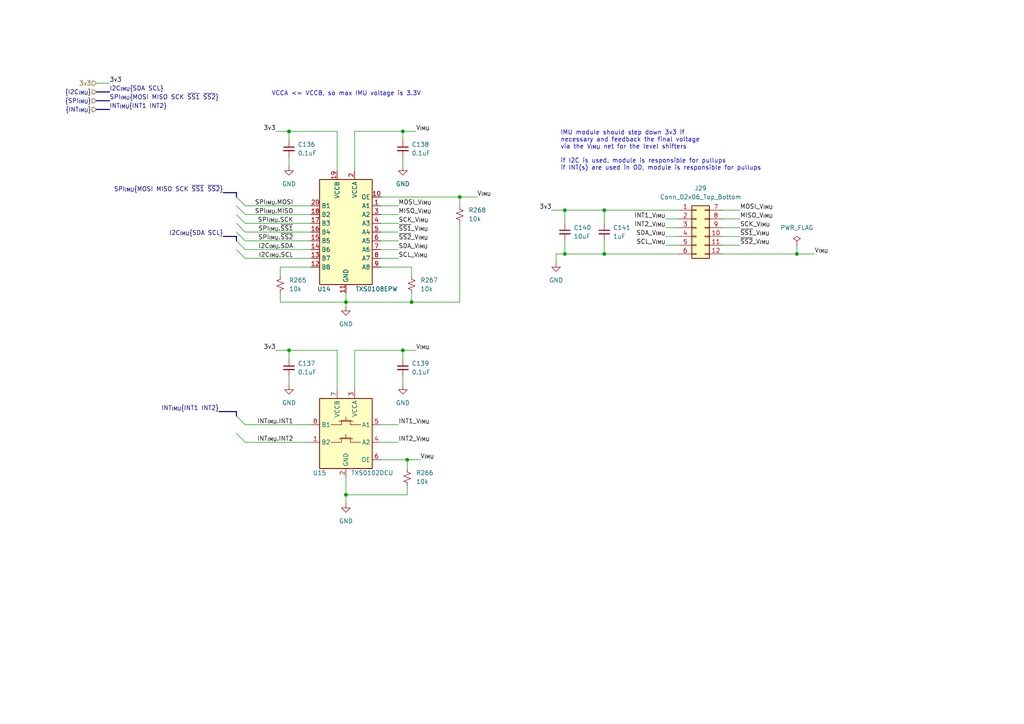
<source format=kicad_sch>
(kicad_sch (version 20210621) (generator eeschema)
  (paper "A4")
  (lib_symbols
    (symbol "Connector_Generic:Conn_02x06_Top_Bottom" (pin_names (offset 1.016) hide)
      (property "Reference" "J" (at 1.27 7.62 0))
      (property "Value" "Conn_02x06_Top_Bottom" (at 1.27 -10.16 0))
      (symbol "Conn_02x06_Top_Bottom_1_1"
        (rectangle (start -1.27 -7.493) (end 0 -7.747) (stroke (width 0.1524)))
        (rectangle (start -1.27 -4.953) (end 0 -5.207) (stroke (width 0.1524)))
        (rectangle (start -1.27 -2.413) (end 0 -2.667) (stroke (width 0.1524)))
        (rectangle (start -1.27 0.127) (end 0 -0.127) (stroke (width 0.1524)))
        (rectangle (start -1.27 2.667) (end 0 2.413) (stroke (width 0.1524)))
        (rectangle (start -1.27 5.207) (end 0 4.953) (stroke (width 0.1524)))
        (rectangle (start 3.81 -7.493) (end 2.54 -7.747) (stroke (width 0.1524)))
        (rectangle (start 3.81 -4.953) (end 2.54 -5.207) (stroke (width 0.1524)))
        (rectangle (start 3.81 -2.413) (end 2.54 -2.667) (stroke (width 0.1524)))
        (rectangle (start 3.81 0.127) (end 2.54 -0.127) (stroke (width 0.1524)))
        (rectangle (start 3.81 2.667) (end 2.54 2.413) (stroke (width 0.1524)))
        (rectangle (start 3.81 5.207) (end 2.54 4.953) (stroke (width 0.1524)))
        (rectangle (start -1.27 6.35) (end 3.81 -8.89) (stroke (width 0.254)) (fill (type background)))
        (pin passive line (at -5.08 5.08 0) (length 3.81) (name "Pin_1") (number "1"))
        (pin passive line (at 7.62 -2.54 180) (length 3.81) (name "Pin_10") (number "10"))
        (pin passive line (at 7.62 -5.08 180) (length 3.81) (name "Pin_11") (number "11"))
        (pin passive line (at 7.62 -7.62 180) (length 3.81) (name "Pin_12") (number "12"))
        (pin passive line (at -5.08 2.54 0) (length 3.81) (name "Pin_2") (number "2"))
        (pin passive line (at -5.08 0 0) (length 3.81) (name "Pin_3") (number "3"))
        (pin passive line (at -5.08 -2.54 0) (length 3.81) (name "Pin_4") (number "4"))
        (pin passive line (at -5.08 -5.08 0) (length 3.81) (name "Pin_5") (number "5"))
        (pin passive line (at -5.08 -7.62 0) (length 3.81) (name "Pin_6") (number "6"))
        (pin passive line (at 7.62 5.08 180) (length 3.81) (name "Pin_7") (number "7"))
        (pin passive line (at 7.62 2.54 180) (length 3.81) (name "Pin_8") (number "8"))
        (pin passive line (at 7.62 0 180) (length 3.81) (name "Pin_9") (number "9"))
      )
    )
    (symbol "Device:C_Small" (pin_numbers hide) (pin_names (offset 0.254) hide)
      (property "Reference" "C" (at 0.254 1.778 0))
      (property "Value" "C_Small" (at 0.254 -2.032 0))
      (symbol "C_Small_0_1"
        (polyline (pts (xy -1.524 -0.508) (xy 1.524 -0.508)) (stroke (width 0.3302)))
        (polyline (pts (xy -1.524 0.508) (xy 1.524 0.508)) (stroke (width 0.3048)))
      )
      (symbol "C_Small_1_1"
        (pin passive line (at 0 2.54 270) (length 2.032) (name "~") (number "1"))
        (pin passive line (at 0 -2.54 90) (length 2.032) (name "~") (number "2"))
      )
    )
    (symbol "Device:R_Small_US" (pin_numbers hide) (pin_names (offset 0.254) hide)
      (property "Reference" "R" (at 0.762 0.508 0))
      (property "Value" "R_Small_US" (at 0.762 -1.016 0))
      (symbol "R_Small_US_1_1"
        (polyline (pts (xy 0 0) (xy 1.016 -0.381) (xy 0 -0.762) (xy -1.016 -1.143) (xy 0 -1.524)))
        (polyline (pts (xy 0 1.524) (xy 1.016 1.143) (xy 0 0.762) (xy -1.016 0.381) (xy 0 0)))
        (pin passive line (at 0 2.54 270) (length 1.016) (name "~") (number "1"))
        (pin passive line (at 0 -2.54 90) (length 1.016) (name "~") (number "2"))
      )
    )
    (symbol "Logic_LevelTranslator:TXS0102DCU"
      (property "Reference" "U" (at -6.35 11.43 0))
      (property "Value" "TXS0102DCU" (at 3.81 11.43 0))
      (symbol "TXS0102DCU_0_1"
        (rectangle (start -7.62 10.16) (end 7.62 -10.16) (stroke (width 0.254)) (fill (type background)))
        (polyline (pts (xy -4.318 -2.54) (xy -1.27 -2.54)))
        (polyline (pts (xy -2.032 -1.524) (xy 2.032 -1.524)))
        (polyline (pts (xy -1.524 -1.27) (xy 1.524 -1.27)))
        (polyline (pts (xy -1.27 -2.54) (xy -1.27 -1.524)))
        (polyline (pts (xy 0 -1.27) (xy 0 -0.254)))
        (polyline (pts (xy 1.27 -2.54) (xy 1.27 -1.524)))
        (polyline (pts (xy 4.318 -2.54) (xy 1.27 -2.54)))
      )
      (symbol "TXS0102DCU_1_1"
        (polyline (pts (xy -4.318 2.54) (xy -1.27 2.54)))
        (polyline (pts (xy -2.032 3.556) (xy 2.032 3.556)))
        (polyline (pts (xy -1.524 3.81) (xy 1.524 3.81)))
        (polyline (pts (xy -1.27 2.54) (xy -1.27 3.556)))
        (polyline (pts (xy 0 3.81) (xy 0 4.826)))
        (polyline (pts (xy 1.27 2.54) (xy 1.27 3.556)))
        (polyline (pts (xy 4.318 2.54) (xy 1.27 2.54)))
        (pin bidirectional line (at 10.16 -2.54 180) (length 2.54) (name "B2") (number "1"))
        (pin power_in line (at 0 -12.7 90) (length 2.54) (name "GND") (number "2"))
        (pin power_in line (at -2.54 12.7 270) (length 2.54) (name "VCCA") (number "3"))
        (pin bidirectional line (at -10.16 -2.54 0) (length 2.54) (name "A2") (number "4"))
        (pin bidirectional line (at -10.16 2.54 0) (length 2.54) (name "A1") (number "5"))
        (pin input line (at -10.16 -7.62 0) (length 2.54) (name "OE") (number "6"))
        (pin power_in line (at 2.54 12.7 270) (length 2.54) (name "VCCB") (number "7"))
        (pin bidirectional line (at 10.16 2.54 180) (length 2.54) (name "B1") (number "8"))
      )
    )
    (symbol "Logic_LevelTranslator:TXS0108EPW"
      (property "Reference" "U" (at -6.35 16.51 0))
      (property "Value" "TXS0108EPW" (at 3.81 16.51 0))
      (symbol "TXS0108EPW_0_1"
        (rectangle (start -7.62 15.24) (end 7.62 -15.24) (stroke (width 0.254)) (fill (type background)))
      )
      (symbol "TXS0108EPW_1_1"
        (pin bidirectional line (at -10.16 7.62 0) (length 2.54) (name "A1") (number "1"))
        (pin input line (at -10.16 10.16 0) (length 2.54) (name "OE") (number "10"))
        (pin power_in line (at 0 -17.78 90) (length 2.54) (name "GND") (number "11"))
        (pin bidirectional line (at 10.16 -10.16 180) (length 2.54) (name "B8") (number "12"))
        (pin bidirectional line (at 10.16 -7.62 180) (length 2.54) (name "B7") (number "13"))
        (pin bidirectional line (at 10.16 -5.08 180) (length 2.54) (name "B6") (number "14"))
        (pin bidirectional line (at 10.16 -2.54 180) (length 2.54) (name "B5") (number "15"))
        (pin bidirectional line (at 10.16 0 180) (length 2.54) (name "B4") (number "16"))
        (pin bidirectional line (at 10.16 2.54 180) (length 2.54) (name "B3") (number "17"))
        (pin bidirectional line (at 10.16 5.08 180) (length 2.54) (name "B2") (number "18"))
        (pin power_in line (at 2.54 17.78 270) (length 2.54) (name "VCCB") (number "19"))
        (pin power_in line (at -2.54 17.78 270) (length 2.54) (name "VCCA") (number "2"))
        (pin bidirectional line (at 10.16 7.62 180) (length 2.54) (name "B1") (number "20"))
        (pin bidirectional line (at -10.16 5.08 0) (length 2.54) (name "A2") (number "3"))
        (pin bidirectional line (at -10.16 2.54 0) (length 2.54) (name "A3") (number "4"))
        (pin bidirectional line (at -10.16 0 0) (length 2.54) (name "A4") (number "5"))
        (pin bidirectional line (at -10.16 -2.54 0) (length 2.54) (name "A5") (number "6"))
        (pin bidirectional line (at -10.16 -5.08 0) (length 2.54) (name "A6") (number "7"))
        (pin bidirectional line (at -10.16 -7.62 0) (length 2.54) (name "A7") (number "8"))
        (pin bidirectional line (at -10.16 -10.16 0) (length 2.54) (name "A8") (number "9"))
      )
    )
    (symbol "power:GND" (power) (pin_names (offset 0))
      (property "Value" "GND" (at 0 -3.81 0))
      (symbol "GND_0_1"
        (polyline (pts (xy 0 0) (xy 0 -1.27) (xy 1.27 -1.27) (xy 0 -2.54) (xy -1.27 -1.27) (xy 0 -1.27)))
      )
      (symbol "GND_1_1"
        (pin power_in line (at 0 0 270) (length 0) hide (name "GND") (number "1"))
      )
    )
    (symbol "power:PWR_FLAG" (power) (pin_numbers hide) (pin_names (offset 0) hide)
      (property "Value" "PWR_FLAG" (at 0 3.81 0))
      (symbol "PWR_FLAG_0_0"
        (pin power_out line (at 0 0 90) (length 0) (name "pwr") (number "1"))
      )
      (symbol "PWR_FLAG_0_1"
        (polyline (pts (xy 0 0) (xy 0 1.27) (xy -1.016 1.905) (xy 0 2.54) (xy 1.016 1.905) (xy 0 1.27)))
      )
    )
  )
  (junction (at 83.82 38.1) (diameter 0.9144))
  (junction (at 83.82 101.6) (diameter 0.9144))
  (junction (at 100.33 87.63) (diameter 0.9144))
  (junction (at 100.33 143.51) (diameter 0.9144))
  (junction (at 116.84 38.1) (diameter 0.9144))
  (junction (at 116.84 101.6) (diameter 0.9144))
  (junction (at 118.11 133.35) (diameter 0.9144))
  (junction (at 119.38 87.63) (diameter 0.9144))
  (junction (at 133.35 57.15) (diameter 0.9144))
  (junction (at 163.83 60.96) (diameter 0.9144))
  (junction (at 163.83 73.66) (diameter 0.9144))
  (junction (at 175.26 60.96) (diameter 0.9144))
  (junction (at 175.26 73.66) (diameter 0.9144))
  (junction (at 231.14 73.66) (diameter 0.9144))
  (bus_entry (at 68.58 57.15) (size 2.54 2.54))
  (bus_entry (at 68.58 59.69) (size 2.54 2.54))
  (bus_entry (at 68.58 62.23) (size 2.54 2.54))
  (bus_entry (at 68.58 64.77) (size 2.54 2.54))
  (bus_entry (at 68.58 67.31) (size 2.54 2.54))
  (bus_entry (at 68.58 69.85) (size 2.54 2.54))
  (bus_entry (at 68.58 72.39) (size 2.54 2.54))
  (bus_entry (at 68.58 120.65) (size 2.54 2.54))
  (bus_entry (at 68.58 125.73) (size 2.54 2.54))
  (wire (pts (xy 27.94 24.13) (xy 31.75 24.13)))
  (wire (pts (xy 71.12 59.69) (xy 90.17 59.69)))
  (wire (pts (xy 71.12 62.23) (xy 90.17 62.23)))
  (wire (pts (xy 71.12 64.77) (xy 90.17 64.77)))
  (wire (pts (xy 71.12 67.31) (xy 90.17 67.31)))
  (wire (pts (xy 71.12 69.85) (xy 90.17 69.85)))
  (wire (pts (xy 71.12 72.39) (xy 90.17 72.39)))
  (wire (pts (xy 71.12 74.93) (xy 90.17 74.93)))
  (wire (pts (xy 71.12 123.19) (xy 90.17 123.19)))
  (wire (pts (xy 71.12 128.27) (xy 90.17 128.27)))
  (wire (pts (xy 80.01 38.1) (xy 83.82 38.1)))
  (wire (pts (xy 80.01 101.6) (xy 83.82 101.6)))
  (wire (pts (xy 81.28 77.47) (xy 81.28 80.01)))
  (wire (pts (xy 81.28 85.09) (xy 81.28 87.63)))
  (wire (pts (xy 81.28 87.63) (xy 100.33 87.63)))
  (wire (pts (xy 83.82 38.1) (xy 83.82 40.64)))
  (wire (pts (xy 83.82 38.1) (xy 97.79 38.1)))
  (wire (pts (xy 83.82 45.72) (xy 83.82 48.26)))
  (wire (pts (xy 83.82 101.6) (xy 83.82 104.14)))
  (wire (pts (xy 83.82 101.6) (xy 97.79 101.6)))
  (wire (pts (xy 83.82 109.22) (xy 83.82 111.76)))
  (wire (pts (xy 90.17 77.47) (xy 81.28 77.47)))
  (wire (pts (xy 97.79 38.1) (xy 97.79 49.53)))
  (wire (pts (xy 97.79 101.6) (xy 97.79 113.03)))
  (wire (pts (xy 100.33 85.09) (xy 100.33 87.63)))
  (wire (pts (xy 100.33 87.63) (xy 100.33 88.9)))
  (wire (pts (xy 100.33 138.43) (xy 100.33 143.51)))
  (wire (pts (xy 100.33 143.51) (xy 100.33 146.05)))
  (wire (pts (xy 102.87 38.1) (xy 102.87 49.53)))
  (wire (pts (xy 102.87 101.6) (xy 102.87 113.03)))
  (wire (pts (xy 110.49 57.15) (xy 133.35 57.15)))
  (wire (pts (xy 110.49 59.69) (xy 115.57 59.69)))
  (wire (pts (xy 110.49 62.23) (xy 115.57 62.23)))
  (wire (pts (xy 110.49 64.77) (xy 115.57 64.77)))
  (wire (pts (xy 110.49 67.31) (xy 115.57 67.31)))
  (wire (pts (xy 110.49 69.85) (xy 115.57 69.85)))
  (wire (pts (xy 110.49 72.39) (xy 115.57 72.39)))
  (wire (pts (xy 110.49 74.93) (xy 115.57 74.93)))
  (wire (pts (xy 110.49 77.47) (xy 119.38 77.47)))
  (wire (pts (xy 110.49 123.19) (xy 115.57 123.19)))
  (wire (pts (xy 110.49 128.27) (xy 115.57 128.27)))
  (wire (pts (xy 110.49 133.35) (xy 118.11 133.35)))
  (wire (pts (xy 116.84 38.1) (xy 102.87 38.1)))
  (wire (pts (xy 116.84 38.1) (xy 116.84 40.64)))
  (wire (pts (xy 116.84 45.72) (xy 116.84 48.26)))
  (wire (pts (xy 116.84 101.6) (xy 102.87 101.6)))
  (wire (pts (xy 116.84 101.6) (xy 116.84 104.14)))
  (wire (pts (xy 116.84 109.22) (xy 116.84 111.76)))
  (wire (pts (xy 118.11 133.35) (xy 118.11 135.89)))
  (wire (pts (xy 118.11 133.35) (xy 121.92 133.35)))
  (wire (pts (xy 118.11 140.97) (xy 118.11 143.51)))
  (wire (pts (xy 118.11 143.51) (xy 100.33 143.51)))
  (wire (pts (xy 119.38 77.47) (xy 119.38 80.01)))
  (wire (pts (xy 119.38 85.09) (xy 119.38 87.63)))
  (wire (pts (xy 119.38 87.63) (xy 100.33 87.63)))
  (wire (pts (xy 120.65 38.1) (xy 116.84 38.1)))
  (wire (pts (xy 120.65 101.6) (xy 116.84 101.6)))
  (wire (pts (xy 133.35 57.15) (xy 133.35 59.69)))
  (wire (pts (xy 133.35 57.15) (xy 138.43 57.15)))
  (wire (pts (xy 133.35 64.77) (xy 133.35 87.63)))
  (wire (pts (xy 133.35 87.63) (xy 119.38 87.63)))
  (wire (pts (xy 160.02 60.96) (xy 163.83 60.96)))
  (wire (pts (xy 161.29 73.66) (xy 161.29 76.2)))
  (wire (pts (xy 161.29 73.66) (xy 163.83 73.66)))
  (wire (pts (xy 163.83 60.96) (xy 163.83 64.77)))
  (wire (pts (xy 163.83 60.96) (xy 175.26 60.96)))
  (wire (pts (xy 163.83 69.85) (xy 163.83 73.66)))
  (wire (pts (xy 163.83 73.66) (xy 175.26 73.66)))
  (wire (pts (xy 175.26 60.96) (xy 175.26 64.77)))
  (wire (pts (xy 175.26 60.96) (xy 196.85 60.96)))
  (wire (pts (xy 175.26 69.85) (xy 175.26 73.66)))
  (wire (pts (xy 175.26 73.66) (xy 196.85 73.66)))
  (wire (pts (xy 193.04 63.5) (xy 196.85 63.5)))
  (wire (pts (xy 193.04 66.04) (xy 196.85 66.04)))
  (wire (pts (xy 193.04 68.58) (xy 196.85 68.58)))
  (wire (pts (xy 193.04 71.12) (xy 196.85 71.12)))
  (wire (pts (xy 209.55 60.96) (xy 214.63 60.96)))
  (wire (pts (xy 209.55 63.5) (xy 214.63 63.5)))
  (wire (pts (xy 209.55 66.04) (xy 214.63 66.04)))
  (wire (pts (xy 209.55 68.58) (xy 214.63 68.58)))
  (wire (pts (xy 209.55 71.12) (xy 214.63 71.12)))
  (wire (pts (xy 209.55 73.66) (xy 231.14 73.66)))
  (wire (pts (xy 231.14 71.12) (xy 231.14 73.66)))
  (wire (pts (xy 231.14 73.66) (xy 236.22 73.66)))
  (bus (pts (xy 27.94 26.67) (xy 31.75 26.67)))
  (bus (pts (xy 27.94 29.21) (xy 31.75 29.21)))
  (bus (pts (xy 27.94 31.75) (xy 31.75 31.75)))
  (bus (pts (xy 63.5 119.38) (xy 68.58 119.38)))
  (bus (pts (xy 64.77 55.88) (xy 68.58 55.88)))
  (bus (pts (xy 64.77 68.58) (xy 68.58 68.58)))
  (bus (pts (xy 68.58 55.88) (xy 68.58 67.31)))
  (bus (pts (xy 68.58 68.58) (xy 68.58 72.39)))
  (bus (pts (xy 68.58 119.38) (xy 68.58 125.73)))
  (text "VCCA <= VCCB, so max IMU voltage is 3.3V" (at 78.74 27.94 0) (effects (font (size 1.27 1.27)) (justify left bottom)))
  (text "IMU module should step down 3v3 if\nnecessary and feedback the final voltage\nvia the V_{IMU} net for the level shifters\n\nif I2C is used, module is responsible for pullups\nif INT(s) are used in OD, module is responsible for pullups" (at 162.56 49.53 0) (effects (font (size 1.27 1.27)) (justify left bottom)))
  (label "3v3" (at 31.75 24.13 0))
  (label "I2C_{IMU}{SDA SCL}" (at 31.75 26.67 0))
  (label "SPI_{IMU}{MOSI MISO SCK ~{SS1} ~{SS2}}" (at 31.75 29.21 0))
  (label "INT_{IMU}{INT1 INT2}" (at 31.75 31.75 0))
  (label "INT_{IMU}{INT1 INT2}" (at 63.5 119.38 180))
  (label "SPI_{IMU}{MOSI MISO SCK ~{SS1} ~{SS2}}" (at 64.77 55.88 180))
  (label "I2C_{IMU}{SDA SCL}" (at 64.77 68.58 180))
  (label "3v3" (at 80.01 38.1 180))
  (label "3v3" (at 80.01 101.6 180))
  (label "SPI_{IMU}.MOSI" (at 85.09 59.69 180))
  (label "SPI_{IMU}.MISO" (at 85.09 62.23 180))
  (label "SPI_{IMU}.SCK" (at 85.09 64.77 180))
  (label "SPI_{IMU}.~{SS1}" (at 85.09 67.31 180))
  (label "SPI_{IMU}.~{SS2}" (at 85.09 69.85 180))
  (label "I2C_{IMU}.SDA" (at 85.09 72.39 180))
  (label "I2C_{IMU}.SCL" (at 85.09 74.93 180))
  (label "INT_{IMU}.INT1" (at 85.09 123.19 180))
  (label "INT_{IMU}.INT2" (at 85.09 128.27 180))
  (label "MOSI_V_{IMU}" (at 115.57 59.69 0))
  (label "MISO_V_{IMU}" (at 115.57 62.23 0))
  (label "SCK_V_{IMU}" (at 115.57 64.77 0))
  (label "~{SS1}_V_{IMU}" (at 115.57 67.31 0))
  (label "~{SS2}_V_{IMU}" (at 115.57 69.85 0))
  (label "SDA_V_{IMU}" (at 115.57 72.39 0))
  (label "SCL_V_{IMU}" (at 115.57 74.93 0))
  (label "INT1_V_{IMU}" (at 115.57 123.19 0))
  (label "INT2_V_{IMU}" (at 115.57 128.27 0))
  (label "V_{IMU}" (at 120.65 38.1 0))
  (label "V_{IMU}" (at 120.65 101.6 0))
  (label "V_{IMU}" (at 121.92 133.35 0))
  (label "V_{IMU}" (at 138.43 57.15 0))
  (label "3v3" (at 160.02 60.96 180))
  (label "INT1_V_{IMU}" (at 193.04 63.5 180))
  (label "INT2_V_{IMU}" (at 193.04 66.04 180))
  (label "SDA_V_{IMU}" (at 193.04 68.58 180))
  (label "SCL_V_{IMU}" (at 193.04 71.12 180))
  (label "MOSI_V_{IMU}" (at 214.63 60.96 0))
  (label "MISO_V_{IMU}" (at 214.63 63.5 0))
  (label "SCK_V_{IMU}" (at 214.63 66.04 0))
  (label "~{SS1}_V_{IMU}" (at 214.63 68.58 0))
  (label "~{SS2}_V_{IMU}" (at 214.63 71.12 0))
  (label "V_{IMU}" (at 236.22 73.66 0))
  (hierarchical_label "3v3" (shape input) (at 27.94 24.13 180))
  (hierarchical_label "{I2C_{IMU}}" (shape input) (at 27.94 26.67 180))
  (hierarchical_label "{SPI_{IMU}}" (shape input) (at 27.94 29.21 180))
  (hierarchical_label "{INT_{IMU}}" (shape input) (at 27.94 31.75 180))
  (symbol (lib_id "power:PWR_FLAG") (at 231.14 71.12 0) (unit 1)
    (property "Reference" "#FLG019" (effects hide))
    (property "Value" "PWR_FLAG" (at 231.14 66.04 0))
  )
  (symbol (lib_id "power:GND") (at 83.82 48.26 0) (unit 1)
    (property "Reference" "#PWR0194" (effects hide))
    (property "Value" "GND" (at 83.82 53.34 0))
  )
  (symbol (lib_id "power:GND") (at 83.82 111.76 0) (unit 1)
    (property "Reference" "#PWR0195" (effects hide))
    (property "Value" "GND" (at 83.82 116.84 0))
  )
  (symbol (lib_id "power:GND") (at 100.33 88.9 0) (unit 1)
    (property "Reference" "#PWR0196" (effects hide))
    (property "Value" "GND" (at 100.33 93.98 0))
  )
  (symbol (lib_id "power:GND") (at 100.33 146.05 0) (unit 1)
    (property "Reference" "#PWR0197" (effects hide))
    (property "Value" "GND" (at 100.33 151.13 0))
  )
  (symbol (lib_id "power:GND") (at 116.84 48.26 0) (unit 1)
    (property "Reference" "#PWR0198" (effects hide))
    (property "Value" "GND" (at 116.84 53.34 0))
  )
  (symbol (lib_id "power:GND") (at 116.84 111.76 0) (unit 1)
    (property "Reference" "#PWR0199" (effects hide))
    (property "Value" "GND" (at 116.84 116.84 0))
  )
  (symbol (lib_id "power:GND") (at 161.29 76.2 0) (unit 1)
    (property "Reference" "#PWR0200" (effects hide))
    (property "Value" "GND" (at 161.29 81.28 0))
  )
  (symbol (lib_id "Device:R_Small_US") (at 81.28 82.55 0) (mirror y) (unit 1)
    (property "Reference" "R265" (at 83.82 81.2799 0) (effects (justify right)))
    (property "Value" "10k" (at 83.82 83.8199 0) (effects (justify right)))
  )
  (symbol (lib_id "Device:R_Small_US") (at 118.11 138.43 0) (unit 1)
    (property "Reference" "R266" (at 120.65 137.1599 0) (effects (justify left)))
    (property "Value" "10k" (at 120.65 139.6999 0) (effects (justify left)))
  )
  (symbol (lib_id "Device:R_Small_US") (at 119.38 82.55 0) (unit 1)
    (property "Reference" "R267" (at 121.92 81.2799 0) (effects (justify left)))
    (property "Value" "10k" (at 121.92 83.8199 0) (effects (justify left)))
  )
  (symbol (lib_id "Device:R_Small_US") (at 133.35 62.23 0) (unit 1)
    (property "Reference" "R268" (at 135.89 60.9599 0) (effects (justify left)))
    (property "Value" "10k" (at 135.89 63.4999 0) (effects (justify left)))
  )
  (symbol (lib_id "Device:C_Small") (at 83.82 43.18 0) (unit 1)
    (property "Reference" "C136" (at 86.36 41.9099 0) (effects (justify left)))
    (property "Value" "0.1uF" (at 86.36 44.4499 0) (effects (justify left)))
    (property "Footprint" "Capacitor_SMD:C_0402_1005Metric_Pad0.74x0.62mm_HandSolder" (effects hide))
  )
  (symbol (lib_id "Device:C_Small") (at 83.82 106.68 0) (unit 1)
    (property "Reference" "C137" (at 86.36 105.4099 0) (effects (justify left)))
    (property "Value" "0.1uF" (at 86.36 107.9499 0) (effects (justify left)))
    (property "Footprint" "Capacitor_SMD:C_0402_1005Metric_Pad0.74x0.62mm_HandSolder" (effects hide))
  )
  (symbol (lib_id "Device:C_Small") (at 116.84 43.18 0) (unit 1)
    (property "Reference" "C138" (at 119.38 41.9099 0) (effects (justify left)))
    (property "Value" "0.1uF" (at 119.38 44.4499 0) (effects (justify left)))
    (property "Footprint" "Capacitor_SMD:C_0402_1005Metric_Pad0.74x0.62mm_HandSolder" (effects hide))
  )
  (symbol (lib_id "Device:C_Small") (at 116.84 106.68 0) (unit 1)
    (property "Reference" "C139" (at 119.38 105.4099 0) (effects (justify left)))
    (property "Value" "0.1uF" (at 119.38 107.9499 0) (effects (justify left)))
    (property "Footprint" "Capacitor_SMD:C_0402_1005Metric_Pad0.74x0.62mm_HandSolder" (effects hide))
  )
  (symbol (lib_id "Device:C_Small") (at 163.83 67.31 0) (unit 1)
    (property "Reference" "C140" (at 166.37 66.0399 0) (effects (justify left)))
    (property "Value" "10uF" (at 166.37 68.5799 0) (effects (justify left)))
    (property "Footprint" "Capacitor_SMD:C_1210_3225Metric_Pad1.33x2.70mm_HandSolder" (effects hide))
  )
  (symbol (lib_id "Device:C_Small") (at 175.26 67.31 0) (unit 1)
    (property "Reference" "C141" (at 177.8 66.0399 0) (effects (justify left)))
    (property "Value" "1uF" (at 177.8 68.5799 0) (effects (justify left)))
    (property "Footprint" "Capacitor_SMD:C_0603_1608Metric_Pad1.08x0.95mm_HandSolder" (effects hide))
  )
  (symbol (lib_id "Connector_Generic:Conn_02x06_Top_Bottom") (at 201.93 66.04 0) (unit 1)
    (property "Reference" "J29" (at 203.2 54.61 0))
    (property "Value" "Conn_02x06_Top_Bottom" (at 203.2 57.15 0))
  )
  (symbol (lib_id "Logic_LevelTranslator:TXS0102DCU") (at 100.33 125.73 0) (mirror y) (unit 1)
    (property "Reference" "U15" (at 92.71 137.16 0))
    (property "Value" "TXS0102DCU" (at 107.95 137.16 0))
    (property "Footprint" "Package_SO:VSSOP-8_2.3x2mm_P0.5mm" (effects hide))
    (property "Datasheet" "http://www.ti.com/lit/gpn/txs0102" (effects hide))
  )
  (symbol (lib_id "Logic_LevelTranslator:TXS0108EPW") (at 100.33 67.31 0) (mirror y) (unit 1)
    (property "Reference" "U14" (at 93.98 83.82 0))
    (property "Value" "TXS0108EPW" (at 109.22 83.82 0))
    (property "Footprint" "Package_SO:TSSOP-20_4.4x6.5mm_P0.65mm" (effects hide))
    (property "Datasheet" "www.ti.com/lit/ds/symlink/txs0108e.pdf" (effects hide))
  )
)
</source>
